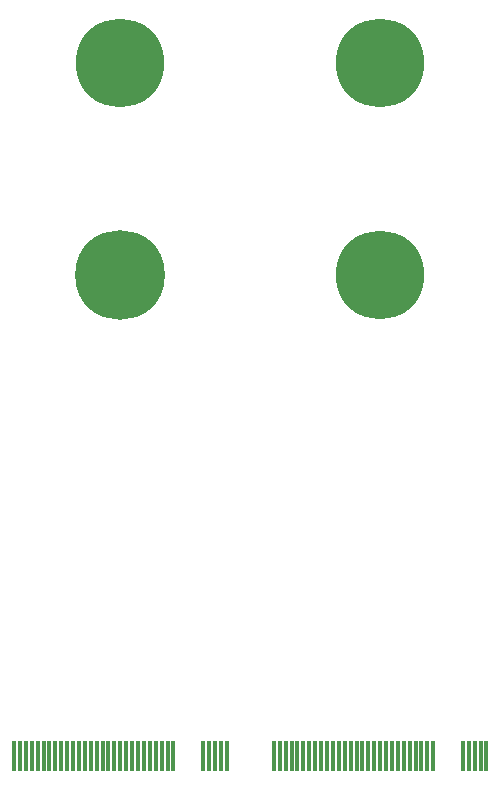
<source format=gbl>
G75*
%MOIN*%
%OFA0B0*%
%FSLAX25Y25*%
%IPPOS*%
%LPD*%
%AMOC8*
5,1,8,0,0,1.08239X$1,22.5*
%
%ADD10R,0.01378X0.09843*%
%ADD11C,0.29528*%
%ADD12C,0.29921*%
D10*
X0009348Y0006321D03*
X0011316Y0006321D03*
X0013285Y0006321D03*
X0015253Y0006321D03*
X0017222Y0006321D03*
X0019190Y0006321D03*
X0021159Y0006321D03*
X0023127Y0006321D03*
X0025096Y0006321D03*
X0027064Y0006321D03*
X0029033Y0006321D03*
X0031001Y0006321D03*
X0032970Y0006321D03*
X0034938Y0006321D03*
X0036907Y0006321D03*
X0038875Y0006321D03*
X0040844Y0006321D03*
X0042812Y0006321D03*
X0044781Y0006321D03*
X0046749Y0006321D03*
X0048718Y0006321D03*
X0050686Y0006321D03*
X0052655Y0006321D03*
X0054623Y0006321D03*
X0056592Y0006321D03*
X0058560Y0006321D03*
X0060529Y0006321D03*
X0062497Y0006321D03*
X0072340Y0006321D03*
X0074308Y0006321D03*
X0076277Y0006321D03*
X0078245Y0006321D03*
X0080214Y0006321D03*
X0095962Y0006321D03*
X0097930Y0006321D03*
X0099899Y0006321D03*
X0101867Y0006321D03*
X0103836Y0006321D03*
X0105804Y0006321D03*
X0107773Y0006321D03*
X0109741Y0006321D03*
X0111710Y0006321D03*
X0113678Y0006321D03*
X0115647Y0006321D03*
X0117615Y0006321D03*
X0119584Y0006321D03*
X0121552Y0006321D03*
X0123521Y0006321D03*
X0125489Y0006321D03*
X0127458Y0006321D03*
X0129426Y0006321D03*
X0131395Y0006321D03*
X0133363Y0006321D03*
X0135332Y0006321D03*
X0137300Y0006321D03*
X0139269Y0006321D03*
X0141237Y0006321D03*
X0143206Y0006321D03*
X0145174Y0006321D03*
X0147143Y0006321D03*
X0149111Y0006321D03*
X0158954Y0006321D03*
X0160923Y0006321D03*
X0162891Y0006321D03*
X0164860Y0006321D03*
X0166828Y0006321D03*
D11*
X0131395Y0166754D03*
X0131395Y0237620D03*
X0044781Y0237620D03*
D12*
X0044781Y0166754D03*
M02*

</source>
